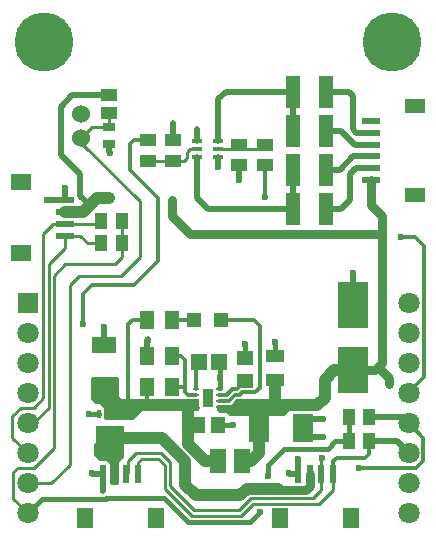
<source format=gtl>
G04 Layer_Physical_Order=1*
G04 Layer_Color=25308*
%FSLAX25Y25*%
%MOIN*%
G70*
G01*
G75*
%ADD10R,0.07087X0.04724*%
%ADD11R,0.06102X0.02362*%
%ADD12R,0.09843X0.15748*%
%ADD13R,0.02362X0.06102*%
%ADD14R,0.05512X0.07087*%
%ADD15R,0.06102X0.02362*%
%ADD16R,0.07087X0.05512*%
%ADD17R,0.01654X0.02756*%
%ADD18R,0.04921X0.06102*%
%ADD19R,0.01969X0.01102*%
%ADD20R,0.03543X0.06299*%
%ADD21R,0.05315X0.05709*%
%ADD22R,0.05512X0.08268*%
%ADD23R,0.05512X0.08268*%
%ADD24R,0.04528X0.05118*%
%ADD25R,0.05709X0.04724*%
%ADD26R,0.07874X0.05512*%
%ADD27R,0.04724X0.05512*%
%ADD28R,0.07087X0.09449*%
%ADD29R,0.05906X0.04331*%
%ADD30R,0.04921X0.10630*%
%ADD31R,0.04331X0.05512*%
%ADD32R,0.03543X0.01575*%
%ADD33R,0.05512X0.04331*%
%ADD34R,0.05315X0.03937*%
G04:AMPARAMS|DCode=35|XSize=39.37mil|YSize=28.35mil|CornerRadius=3.54mil|HoleSize=0mil|Usage=FLASHONLY|Rotation=180.000|XOffset=0mil|YOffset=0mil|HoleType=Round|Shape=RoundedRectangle|*
%AMROUNDEDRECTD35*
21,1,0.03937,0.02126,0,0,180.0*
21,1,0.03228,0.02835,0,0,180.0*
1,1,0.00709,-0.01614,0.01063*
1,1,0.00709,0.01614,0.01063*
1,1,0.00709,0.01614,-0.01063*
1,1,0.00709,-0.01614,-0.01063*
%
%ADD35ROUNDEDRECTD35*%
%ADD36C,0.01969*%
%ADD37C,0.03937*%
%ADD38C,0.01000*%
%ADD39C,0.01575*%
%ADD40C,0.01181*%
%ADD41C,0.02953*%
%ADD42R,0.09331X0.06693*%
%ADD43C,0.06000*%
%ADD44C,0.19685*%
%ADD45C,0.07087*%
%ADD46R,0.07087X0.07087*%
%ADD47C,0.02362*%
%ADD48C,0.01969*%
G36*
X138665Y129335D02*
Y124665D01*
X137000Y123000D01*
Y116000D01*
X136500Y115500D01*
X134500D01*
X134000Y116000D01*
Y122500D01*
X133000Y123500D01*
X130500D01*
X128500Y125500D01*
Y129000D01*
X129000Y129500D01*
X138500D01*
X138665Y129335D01*
D02*
G37*
G36*
X137000Y151000D02*
Y145000D01*
X138000Y144000D01*
X163500D01*
Y140000D01*
X144500D01*
X141500Y137000D01*
X132500D01*
X132000Y137500D01*
X132000Y141000D01*
X130500Y142500D01*
X129000D01*
X127500Y144000D01*
Y151000D01*
X128000Y151500D01*
X136500D01*
X137000Y151000D01*
D02*
G37*
G36*
X193500Y143500D02*
Y140000D01*
X192000Y138500D01*
X174000D01*
X173000Y139500D01*
X170500Y139500D01*
X169500Y140500D01*
X169500Y140750D01*
X169500Y142000D01*
X174643Y142000D01*
X176071Y144000D01*
X193000Y144000D01*
X193500Y143500D01*
D02*
G37*
D10*
X235595Y241764D02*
D03*
Y212236D02*
D03*
D11*
X220831Y236842D02*
D03*
Y232906D02*
D03*
Y228969D02*
D03*
Y225031D02*
D03*
Y221094D02*
D03*
Y217158D02*
D03*
D12*
X215000Y153673D02*
D03*
Y175327D02*
D03*
D13*
X196595Y119087D02*
D03*
X200532D02*
D03*
X204468D02*
D03*
X208405D02*
D03*
X131595D02*
D03*
X135531D02*
D03*
X139469D02*
D03*
X143405D02*
D03*
D14*
X190689Y104323D02*
D03*
X214311D02*
D03*
X125689D02*
D03*
X149311D02*
D03*
D15*
X119087Y210405D02*
D03*
Y206469D02*
D03*
Y202532D02*
D03*
Y198594D02*
D03*
D16*
X104323Y216311D02*
D03*
Y192689D02*
D03*
D17*
X130161Y139012D02*
D03*
X132720D02*
D03*
X135280D02*
D03*
X137839D02*
D03*
X137839Y127988D02*
D03*
X135280D02*
D03*
X132720D02*
D03*
X130161D02*
D03*
D18*
X154535Y170500D02*
D03*
X146465D02*
D03*
X154535Y148000D02*
D03*
X146465D02*
D03*
X146465Y158500D02*
D03*
X154535D02*
D03*
D19*
X162760Y147453D02*
D03*
Y145484D02*
D03*
Y143516D02*
D03*
Y141547D02*
D03*
X170240D02*
D03*
Y143516D02*
D03*
Y145484D02*
D03*
Y147453D02*
D03*
D20*
X166500Y144500D02*
D03*
D21*
X163752Y156500D02*
D03*
X170248D02*
D03*
D22*
X178134Y123500D02*
D03*
D23*
X169866D02*
D03*
D24*
X170929Y170500D02*
D03*
X162071D02*
D03*
D25*
X179000Y150063D02*
D03*
Y157937D02*
D03*
D26*
X132000Y147913D02*
D03*
Y162087D02*
D03*
D27*
X169846Y135500D02*
D03*
X163154D02*
D03*
D28*
X198480Y134500D02*
D03*
X183520D02*
D03*
D29*
X189000Y150563D02*
D03*
Y158437D02*
D03*
D30*
X206110Y246500D02*
D03*
X194890D02*
D03*
X206110Y233500D02*
D03*
X194890D02*
D03*
X206110Y220500D02*
D03*
X194890D02*
D03*
X206110Y207500D02*
D03*
X194890D02*
D03*
D31*
X131055Y203500D02*
D03*
X137945D02*
D03*
X131055Y196000D02*
D03*
X137945D02*
D03*
X213555Y130000D02*
D03*
X220445D02*
D03*
X213555Y138000D02*
D03*
X220445D02*
D03*
D32*
X170043Y230059D02*
D03*
Y227500D02*
D03*
Y224941D02*
D03*
X162957D02*
D03*
Y227500D02*
D03*
Y230059D02*
D03*
D33*
X146500Y223555D02*
D03*
Y230445D02*
D03*
X155000D02*
D03*
Y223555D02*
D03*
X185500Y228945D02*
D03*
Y222055D02*
D03*
X177000D02*
D03*
Y228945D02*
D03*
D34*
X133500Y239547D02*
D03*
Y245453D02*
D03*
D35*
Y229244D02*
D03*
Y234756D02*
D03*
D36*
Y226500D02*
X134000Y226000D01*
X133500Y226500D02*
Y229244D01*
X121453Y245453D02*
X133500D01*
X117500Y241500D02*
X121453Y245453D01*
X117500Y225500D02*
Y241500D01*
Y225500D02*
X124000Y219000D01*
Y211968D02*
Y219000D01*
Y211968D02*
X127234Y208734D01*
X215000Y175327D02*
Y186000D01*
X198480Y134500D02*
X201480Y131500D01*
X205000D01*
X198480Y134500D02*
X201480Y137500D01*
X205000D01*
X119000Y214500D02*
X119087Y214413D01*
Y210405D02*
Y214413D01*
X113000Y210500D02*
X113094Y210405D01*
X119087D01*
X127913Y119087D02*
X131595D01*
X131500Y113500D02*
X131595Y113594D01*
Y119087D01*
X132000Y162087D02*
Y168000D01*
X146465Y163965D02*
X146500Y164000D01*
X146465Y158500D02*
Y163965D01*
X162957Y233957D02*
X163000Y234000D01*
X162957Y230059D02*
Y233957D01*
X155000Y230445D02*
Y236000D01*
X170000Y221500D02*
X170043Y221543D01*
Y224941D01*
X177000Y217500D02*
Y222055D01*
X220445Y130000D02*
X229488D01*
X233504Y125984D01*
X231488Y138000D02*
X233504Y135984D01*
X220445Y138000D02*
X231488D01*
X193500Y119000D02*
X193587Y119087D01*
X196595D01*
X196500Y124000D02*
X196595Y123906D01*
Y119087D02*
Y123906D01*
X190000Y114256D02*
X190484Y113772D01*
X194890Y233500D02*
Y246500D01*
Y207500D02*
Y220500D01*
X162957Y211043D02*
Y224941D01*
Y211043D02*
X166500Y207500D01*
X194890D01*
X170043Y230059D02*
Y244043D01*
X172500Y246500D01*
X194890D01*
X206110Y207500D02*
X211000D01*
X214000Y210500D01*
Y219000D01*
X216094Y221094D01*
X220831D01*
X206110Y220500D02*
X210500D01*
X215032Y225031D01*
X220831D01*
X206110Y233500D02*
X211000D01*
X215531Y228969D01*
X220831D01*
X206110Y246500D02*
X213500D01*
X215000Y245000D01*
Y234000D02*
Y245000D01*
Y234000D02*
X216094Y232906D01*
X220831D01*
D37*
X127234Y208734D02*
X129500Y211000D01*
X124969Y206469D02*
X127234Y208734D01*
X129500Y211000D02*
X133500D01*
X119087Y206469D02*
X124969D01*
X183520Y126020D02*
Y134500D01*
X181000Y123500D02*
X183520Y126020D01*
X178134Y123500D02*
X181000D01*
X189000Y144000D02*
Y149063D01*
X208673Y153673D02*
X215000D01*
X205500Y150500D02*
X208673Y153673D01*
X205500Y144500D02*
Y150500D01*
X203000Y142000D02*
X205500Y144500D01*
X190500Y142000D02*
X203000D01*
X151319Y131000D02*
X159000Y123319D01*
X135000Y131000D02*
X151319D01*
X159000Y115500D02*
Y123319D01*
X165500Y123500D02*
X169866D01*
X160000Y129000D02*
X165500Y123500D01*
X160000Y129000D02*
Y140500D01*
X179651Y114256D02*
X190000D01*
X177395Y112000D02*
X179651Y114256D01*
X162500Y112000D02*
X177395D01*
X159000Y115500D02*
X162500Y112000D01*
D38*
X128126Y234756D02*
X133500D01*
X124434Y231063D02*
X128126Y234756D01*
X133500D02*
Y239547D01*
X124434Y229567D02*
Y231063D01*
Y229567D02*
X144000Y210000D01*
Y191500D02*
Y210000D01*
X204468Y124469D02*
X204500Y124500D01*
X154000Y115028D02*
Y123000D01*
Y115028D02*
X162028Y107000D01*
X177000D01*
X161287Y105213D02*
X177740D01*
X152213Y114287D02*
X161287Y105213D01*
X152213Y114287D02*
Y122000D01*
X151000Y126000D02*
X154000Y123000D01*
X142500Y126000D02*
X151000D01*
X150000Y124213D02*
X152213Y122000D01*
X144500Y124213D02*
X150000D01*
X204468Y119087D02*
Y124469D01*
X181000Y111000D02*
X201500D01*
X181740Y109213D02*
X203713D01*
X201500Y111000D02*
X204468Y113969D01*
X203713Y109213D02*
X208405Y113906D01*
X177000Y107000D02*
X181000Y111000D01*
X177740Y105213D02*
X181740Y109213D01*
X208405Y113906D02*
Y119087D01*
X143405Y123118D02*
X144500Y124213D01*
X143405Y119087D02*
Y123118D01*
X140000Y123500D02*
X142500Y126000D01*
X204468Y113969D02*
Y119087D01*
X140000Y119618D02*
Y123500D01*
X139469Y119087D02*
X140000Y119618D01*
X146500Y223555D02*
X155000D01*
X158555D01*
X159500Y224500D01*
Y226500D01*
X160500Y227500D01*
X162957D01*
X170043D02*
X184055D01*
X137500Y185000D02*
X144000Y191500D01*
X123500Y185000D02*
X137500D01*
X120500Y182000D02*
X123500Y185000D01*
X120500Y122000D02*
Y182000D01*
X114484Y115984D02*
X120500Y122000D01*
X106496Y115984D02*
X114484D01*
X137945Y196000D02*
Y203500D01*
Y191445D02*
Y196000D01*
X135500Y189000D02*
X137945Y191445D01*
X119000Y189000D02*
X135500D01*
X115287Y185287D02*
X119000Y189000D01*
X115287Y127944D02*
Y185287D01*
X108497Y121153D02*
X115287Y127944D01*
X103154Y121153D02*
X108497D01*
X101665Y119665D02*
X103154Y121153D01*
X101665Y110815D02*
Y119665D01*
Y110815D02*
X106496Y105984D01*
X130087Y202532D02*
X131055Y203500D01*
X119087Y202532D02*
X130087D01*
X115032D02*
X119087D01*
X111713Y199213D02*
X115032Y202532D01*
X111713Y144369D02*
Y199213D01*
X108497Y141154D02*
X111713Y144369D01*
X104154Y141154D02*
X108497D01*
X101453Y138453D02*
X104154Y141154D01*
X101453Y131027D02*
Y138453D01*
Y131027D02*
X106496Y125984D01*
X113500Y189000D02*
X119087Y194587D01*
X113500Y141000D02*
Y189000D01*
X108484Y135984D02*
X113500Y141000D01*
X106496Y135984D02*
X108484D01*
X119087Y194587D02*
Y198594D01*
X126500Y196000D02*
X131055D01*
X123906Y198594D02*
X126500Y196000D01*
X119087Y198594D02*
X123906D01*
D39*
X213555Y130000D02*
Y138000D01*
X169846Y135500D02*
X175000D01*
X106496Y105984D02*
X111453Y110941D01*
X132560D01*
X132619Y111000D01*
X152000D01*
X160000Y103000D01*
X180500D01*
X184000Y106500D01*
X186500Y118500D02*
Y122000D01*
X192000Y127500D01*
X206500D01*
X209000Y130000D01*
X213555D01*
X127000Y139000D02*
X127012Y139012D01*
X130161D01*
X189000Y158437D02*
Y163000D01*
X179000Y157937D02*
Y162500D01*
X170248Y156500D02*
X170500Y156248D01*
Y151000D02*
Y156248D01*
X170240Y147650D02*
X170500Y147909D01*
Y151000D01*
D40*
X162760Y147453D02*
Y155508D01*
X185500Y211500D02*
Y222055D01*
X231000Y198000D02*
X235500D01*
X238500Y195000D01*
Y151500D02*
Y195000D01*
X233504Y146504D02*
X238500Y151500D01*
X233504Y145984D02*
Y146504D01*
X170240Y143516D02*
X173638D01*
X176347Y147346D02*
X178063Y149063D01*
X170240Y145484D02*
X172823D01*
X174685Y147346D02*
X176347D01*
X172823Y145484D02*
X174685Y147346D01*
X177162Y145378D02*
X178107Y146323D01*
X175501Y145378D02*
X177162D01*
X173638Y143516D02*
X175501Y145378D01*
X178107Y146323D02*
X182425D01*
X178063Y149063D02*
X179000D01*
X154535Y170500D02*
X162071D01*
X140000Y142500D02*
Y169000D01*
X141500Y170500D01*
X146465D01*
X170929D02*
X182000D01*
X184000Y168500D01*
Y147898D02*
Y168500D01*
X182425Y146323D02*
X184000Y147898D01*
X170240Y143516D02*
X170240Y143516D01*
X146465Y143535D02*
X146500Y143500D01*
X146465Y143535D02*
Y148000D01*
X159000D02*
Y157000D01*
Y146500D02*
Y148000D01*
X154535D02*
X159000D01*
X157500Y158500D02*
X159000Y157000D01*
X154535Y158500D02*
X157500D01*
X159000Y146500D02*
X160016Y145484D01*
X162760D01*
Y141547D02*
X163154Y141154D01*
X217000Y121000D02*
X236000D01*
X238425Y123425D01*
Y131063D01*
X233504Y135984D02*
X238425Y131063D01*
X220445Y125945D02*
Y130000D01*
X219000Y124500D02*
X220445Y125945D01*
X209500Y124500D02*
X219000D01*
X208405Y123406D02*
X209500Y124500D01*
X208405Y119087D02*
Y123406D01*
X141945Y230445D02*
X146500D01*
X140500Y229000D02*
X141945Y230445D01*
X140500Y220500D02*
Y229000D01*
X150000Y190000D02*
Y211000D01*
X140500Y220500D02*
X150000Y211000D01*
X142000Y182000D02*
X150000Y190000D01*
X128000Y182000D02*
X142000D01*
X125000Y179000D02*
X128000Y182000D01*
X125000Y169000D02*
Y179000D01*
D41*
X223337Y154837D02*
X224500Y156000D01*
X222173Y153673D02*
X223337Y154837D01*
X227000Y149000D02*
Y151173D01*
X223337Y154837D02*
X227000Y151173D01*
X154500Y205000D02*
Y210500D01*
X224500Y199000D02*
Y205000D01*
Y156000D02*
Y199000D01*
X154500Y205000D02*
X160500Y199000D01*
X224500D01*
X220831Y208669D02*
X224500Y205000D01*
X220831Y208669D02*
Y217158D01*
X200532Y115032D02*
Y119087D01*
X199272Y113772D02*
X200532Y115032D01*
X190484Y113772D02*
X199272D01*
X215000Y153673D02*
X222173D01*
D42*
X134000Y131728D02*
D03*
D43*
X124434Y239000D02*
D03*
Y231063D02*
D03*
D44*
X112008Y262992D02*
D03*
X227992D02*
D03*
D45*
X106496Y145984D02*
D03*
Y155984D02*
D03*
Y165984D02*
D03*
Y135984D02*
D03*
Y125984D02*
D03*
Y115984D02*
D03*
Y105984D02*
D03*
X233504D02*
D03*
Y115984D02*
D03*
Y125984D02*
D03*
Y135984D02*
D03*
Y145984D02*
D03*
Y155984D02*
D03*
Y165984D02*
D03*
Y175984D02*
D03*
D46*
X106496D02*
D03*
D47*
X134000Y226000D02*
D03*
X215000Y186000D02*
D03*
X175000Y135500D02*
D03*
X184000Y106500D02*
D03*
X186500Y118500D02*
D03*
X204500Y124500D02*
D03*
X127000Y139000D02*
D03*
X205000Y131500D02*
D03*
Y137500D02*
D03*
X231000Y198000D02*
D03*
X185500Y211500D02*
D03*
X227000Y149000D02*
D03*
X128000Y119500D02*
D03*
X131595Y113841D02*
D03*
X113000Y210500D02*
D03*
X119000Y214500D02*
D03*
X132000Y168000D02*
D03*
X189000Y163000D02*
D03*
X179000Y162500D02*
D03*
X170500Y151000D02*
D03*
X146500Y163500D02*
D03*
X154500Y210500D02*
D03*
X133500Y211000D02*
D03*
X163000Y233500D02*
D03*
X155000Y235500D02*
D03*
X177000Y217278D02*
D03*
X170043Y221500D02*
D03*
X217000Y121000D02*
D03*
X196500Y124000D02*
D03*
X193500Y119500D02*
D03*
X125000Y169000D02*
D03*
D48*
X166500Y142925D02*
D03*
Y146075D02*
D03*
M02*

</source>
